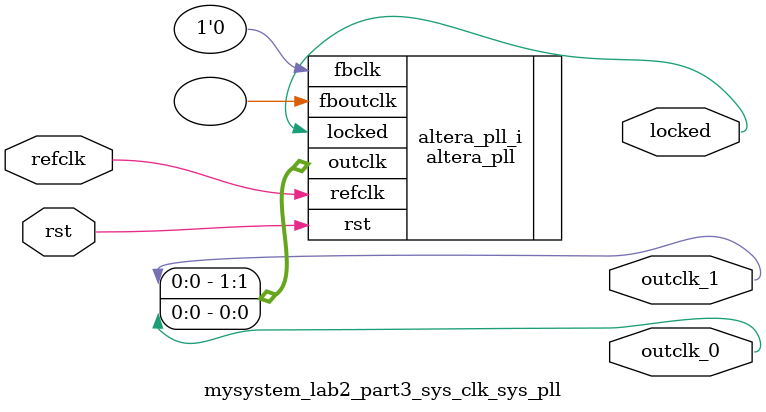
<source format=v>
`timescale 1ns/10ps
module  mysystem_lab2_part3_sys_clk_sys_pll(

	// interface 'refclk'
	input wire refclk,

	// interface 'reset'
	input wire rst,

	// interface 'outclk0'
	output wire outclk_0,

	// interface 'outclk1'
	output wire outclk_1,

	// interface 'locked'
	output wire locked
);

	altera_pll #(
		.fractional_vco_multiplier("false"),
		.reference_clock_frequency("50.0 MHz"),
		.operation_mode("direct"),
		.number_of_clocks(2),
		.output_clock_frequency0("50.000000 MHz"),
		.phase_shift0("0 ps"),
		.duty_cycle0(50),
		.output_clock_frequency1("50.000000 MHz"),
		.phase_shift1("-3000 ps"),
		.duty_cycle1(50),
		.output_clock_frequency2("0 MHz"),
		.phase_shift2("0 ps"),
		.duty_cycle2(50),
		.output_clock_frequency3("0 MHz"),
		.phase_shift3("0 ps"),
		.duty_cycle3(50),
		.output_clock_frequency4("0 MHz"),
		.phase_shift4("0 ps"),
		.duty_cycle4(50),
		.output_clock_frequency5("0 MHz"),
		.phase_shift5("0 ps"),
		.duty_cycle5(50),
		.output_clock_frequency6("0 MHz"),
		.phase_shift6("0 ps"),
		.duty_cycle6(50),
		.output_clock_frequency7("0 MHz"),
		.phase_shift7("0 ps"),
		.duty_cycle7(50),
		.output_clock_frequency8("0 MHz"),
		.phase_shift8("0 ps"),
		.duty_cycle8(50),
		.output_clock_frequency9("0 MHz"),
		.phase_shift9("0 ps"),
		.duty_cycle9(50),
		.output_clock_frequency10("0 MHz"),
		.phase_shift10("0 ps"),
		.duty_cycle10(50),
		.output_clock_frequency11("0 MHz"),
		.phase_shift11("0 ps"),
		.duty_cycle11(50),
		.output_clock_frequency12("0 MHz"),
		.phase_shift12("0 ps"),
		.duty_cycle12(50),
		.output_clock_frequency13("0 MHz"),
		.phase_shift13("0 ps"),
		.duty_cycle13(50),
		.output_clock_frequency14("0 MHz"),
		.phase_shift14("0 ps"),
		.duty_cycle14(50),
		.output_clock_frequency15("0 MHz"),
		.phase_shift15("0 ps"),
		.duty_cycle15(50),
		.output_clock_frequency16("0 MHz"),
		.phase_shift16("0 ps"),
		.duty_cycle16(50),
		.output_clock_frequency17("0 MHz"),
		.phase_shift17("0 ps"),
		.duty_cycle17(50),
		.pll_type("General"),
		.pll_subtype("General")
	) altera_pll_i (
		.rst	(rst),
		.outclk	({outclk_1, outclk_0}),
		.locked	(locked),
		.fboutclk	( ),
		.fbclk	(1'b0),
		.refclk	(refclk)
	);
endmodule


</source>
